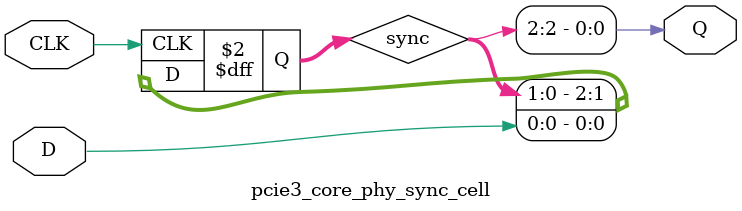
<source format=v>





`timescale 1ps / 1ps



//-------------------------------------------------------------------------------------------------
//  Synchronizer Library Module
//-------------------------------------------------------------------------------------------------
module pcie3_core_phy_sync_cell #
(
    parameter integer STAGE = 2
)
(
    //-------------------------------------------------------------------------- 
    //  Input Ports
    //-------------------------------------------------------------------------- 
    input                               CLK,
    input                               D,
    
    //-------------------------------------------------------------------------- 
    //  Output Ports
    //-------------------------------------------------------------------------- 
    output                              Q
);

    //-------------------------------------------------------------------------- 
    //  Synchronized Signals
    //--------------------------------------------------------------------------  
    (* ASYNC_REG = "TRUE", SHIFT_EXTRACT = "NO" *) reg [STAGE:0] sync;                                                            



//--------------------------------------------------------------------------------------------------
//  Synchronizier
//--------------------------------------------------------------------------------------------------
always @ (posedge CLK)
begin

    sync <= {sync[(STAGE-1):0], D};
            
end   



//--------------------------------------------------------------------------------------------------
//  Generate Output
//--------------------------------------------------------------------------------------------------
assign Q = sync[STAGE];


endmodule


</source>
